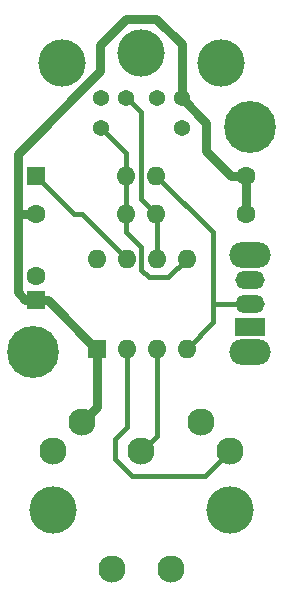
<source format=gbr>
%TF.GenerationSoftware,KiCad,Pcbnew,(6.0.2)*%
%TF.CreationDate,2025-12-01T11:41:35-08:00*%
%TF.ProjectId,ps2-xt,7073322d-7874-42e6-9b69-6361645f7063,rev?*%
%TF.SameCoordinates,Original*%
%TF.FileFunction,Copper,L1,Top*%
%TF.FilePolarity,Positive*%
%FSLAX46Y46*%
G04 Gerber Fmt 4.6, Leading zero omitted, Abs format (unit mm)*
G04 Created by KiCad (PCBNEW (6.0.2)) date 2025-12-01 11:41:35*
%MOMM*%
%LPD*%
G01*
G04 APERTURE LIST*
%TA.AperFunction,ComponentPad*%
%ADD10C,4.000500*%
%TD*%
%TA.AperFunction,ComponentPad*%
%ADD11C,1.371600*%
%TD*%
%TA.AperFunction,ComponentPad*%
%ADD12C,1.600000*%
%TD*%
%TA.AperFunction,ComponentPad*%
%ADD13O,1.600000X1.600000*%
%TD*%
%TA.AperFunction,ComponentPad*%
%ADD14R,1.600000X1.600000*%
%TD*%
%TA.AperFunction,ComponentPad*%
%ADD15C,4.400000*%
%TD*%
%TA.AperFunction,ComponentPad*%
%ADD16O,3.500000X2.200000*%
%TD*%
%TA.AperFunction,ComponentPad*%
%ADD17R,2.500000X1.500000*%
%TD*%
%TA.AperFunction,ComponentPad*%
%ADD18O,2.500000X1.500000*%
%TD*%
%TA.AperFunction,ComponentPad*%
%ADD19C,2.300000*%
%TD*%
%TA.AperFunction,ComponentPad*%
%ADD20C,4.000000*%
%TD*%
%TA.AperFunction,Conductor*%
%ADD21C,0.400000*%
%TD*%
%TA.AperFunction,Conductor*%
%ADD22C,0.800000*%
%TD*%
G04 APERTURE END LIST*
D10*
%TO.P,J2,~*%
%TO.N,GND*%
X138747500Y-81993280D03*
X131997500Y-82793280D03*
X145497500Y-82793280D03*
D11*
%TO.P,J2,6*%
%TO.N,unconnected-(J2-Pad6)*%
X142147500Y-88293280D03*
%TO.P,J2,5*%
%TO.N,/AT_CLK*%
X135347500Y-88293280D03*
%TO.P,J2,4*%
%TO.N,VCC*%
X142147500Y-85793280D03*
%TO.P,J2,3*%
%TO.N,GND*%
X135347500Y-85793280D03*
%TO.P,J2,2*%
%TO.N,unconnected-(J2-Pad2)*%
X140047500Y-85793280D03*
%TO.P,J2,1*%
%TO.N,/AT_DATA*%
X137447500Y-85793280D03*
%TD*%
D12*
%TO.P,R3,1*%
%TO.N,VCC*%
X147637500Y-92392500D03*
D13*
%TO.P,R3,2*%
%TO.N,Net-(R3-Pad2)*%
X140017500Y-92392500D03*
%TD*%
D14*
%TO.P,C1,1*%
%TO.N,VCC*%
X129857500Y-102872612D03*
D12*
%TO.P,C1,2*%
%TO.N,GND*%
X129857500Y-100872612D03*
%TD*%
D14*
%TO.P,U1,1,VDD*%
%TO.N,VCC*%
X134947500Y-106987500D03*
D13*
%TO.P,U1,2,GP5*%
%TO.N,/XT_CLK*%
X137487500Y-106987500D03*
%TO.P,U1,3,GP4*%
%TO.N,/XT_DATA*%
X140027500Y-106987500D03*
%TO.P,U1,4,GP3*%
%TO.N,Net-(R3-Pad2)*%
X142567500Y-106987500D03*
%TO.P,U1,5,GP2*%
%TO.N,/AT_CLK*%
X142567500Y-99367500D03*
%TO.P,U1,6,GP1*%
%TO.N,/AT_DATA*%
X140027500Y-99367500D03*
%TO.P,U1,7,GP0*%
%TO.N,Net-(D1-Pad1)*%
X137487500Y-99367500D03*
%TO.P,U1,8,VSS*%
%TO.N,GND*%
X134947500Y-99367500D03*
%TD*%
D14*
%TO.P,D1,1,K*%
%TO.N,Net-(D1-Pad1)*%
X129857500Y-92392500D03*
D13*
%TO.P,D1,2,A*%
%TO.N,/AT_CLK*%
X137477500Y-92392500D03*
%TD*%
D15*
%TO.P,H1,1,1*%
%TO.N,GND*%
X147955000Y-88265000D03*
%TD*%
%TO.P,H2,1,1*%
%TO.N,GND*%
X129540000Y-107315000D03*
%TD*%
D16*
%TO.P,SW1,*%
%TO.N,*%
X147955000Y-107287500D03*
X147955000Y-99087500D03*
D17*
%TO.P,SW1,1,A*%
%TO.N,unconnected-(SW1-Pad1)*%
X147955000Y-105187500D03*
D18*
%TO.P,SW1,2,B*%
%TO.N,Net-(R3-Pad2)*%
X147955000Y-103187500D03*
%TO.P,SW1,3,C*%
%TO.N,GND*%
X147955000Y-101187500D03*
%TD*%
D12*
%TO.P,R1,1*%
%TO.N,VCC*%
X147637500Y-95567500D03*
D13*
%TO.P,R1,2*%
%TO.N,/AT_DATA*%
X140017500Y-95567500D03*
%TD*%
D19*
%TO.P,J1,0*%
%TO.N,GND*%
X136247500Y-125667500D03*
X141247500Y-125667500D03*
%TO.P,J1,1*%
%TO.N,/XT_CLK*%
X146247500Y-115667500D03*
%TO.P,J1,2*%
%TO.N,/XT_DATA*%
X138747500Y-115667500D03*
%TO.P,J1,3*%
%TO.N,unconnected-(J1-Pad3)*%
X131247500Y-115667500D03*
%TO.P,J1,4*%
%TO.N,GND*%
X143747500Y-113167500D03*
%TO.P,J1,5*%
%TO.N,VCC*%
X133747500Y-113167500D03*
D20*
%TO.P,J1,~*%
%TO.N,GND*%
X146247500Y-120667500D03*
X131247500Y-120667500D03*
%TD*%
D12*
%TO.P,R2,1*%
%TO.N,VCC*%
X129857500Y-95567500D03*
D13*
%TO.P,R2,2*%
%TO.N,/AT_CLK*%
X137477500Y-95567500D03*
%TD*%
D21*
%TO.N,/AT_DATA*%
X137545780Y-85793280D02*
X137447500Y-85793280D01*
X138747500Y-86995000D02*
X137545780Y-85793280D01*
X138747500Y-94297500D02*
X138747500Y-86995000D01*
X140017500Y-95567500D02*
X138747500Y-94297500D01*
D22*
%TO.N,VCC*%
X134927500Y-106987500D02*
X130812612Y-102872612D01*
X134947500Y-106987500D02*
X134927500Y-106987500D01*
X130812612Y-102872612D02*
X129857500Y-102872612D01*
D21*
%TO.N,/XT_CLK*%
X144122500Y-117792500D02*
X146247500Y-115667500D01*
X137953750Y-117792500D02*
X144122500Y-117792500D01*
X136525000Y-116363750D02*
X137953750Y-117792500D01*
X137487500Y-113655000D02*
X136525000Y-114617500D01*
X136525000Y-114617500D02*
X136525000Y-116363750D01*
X137487500Y-106987500D02*
X137487500Y-113655000D01*
D22*
%TO.N,VCC*%
X128270000Y-95567500D02*
X128270000Y-90487500D01*
X134947500Y-106987500D02*
X134947500Y-111967500D01*
X146367500Y-92392500D02*
X144223360Y-90248360D01*
X147637500Y-95567500D02*
X147637500Y-92392500D01*
X134947500Y-111967500D02*
X133747500Y-113167500D01*
X128270000Y-90487500D02*
X135255000Y-83502500D01*
X128270000Y-102235000D02*
X128907612Y-102872612D01*
X135255000Y-81280000D02*
X137477500Y-79057500D01*
X135255000Y-83502500D02*
X135255000Y-81280000D01*
X140017500Y-79057500D02*
X142147500Y-81187500D01*
X144223360Y-90248360D02*
X144223360Y-87869140D01*
X128907612Y-102872612D02*
X129857500Y-102872612D01*
X142147500Y-81187500D02*
X142147500Y-85793280D01*
X137477500Y-79057500D02*
X140017500Y-79057500D01*
X128270000Y-95567500D02*
X129857500Y-95567500D01*
X147637500Y-92392500D02*
X146367500Y-92392500D01*
X128270000Y-95567500D02*
X128270000Y-102235000D01*
X144223360Y-87869140D02*
X142147500Y-85793280D01*
D21*
%TO.N,Net-(D1-Pad1)*%
X133687500Y-95567500D02*
X133032500Y-95567500D01*
X133032500Y-95567500D02*
X129857500Y-92392500D01*
X137487500Y-99367500D02*
X133687500Y-95567500D01*
%TO.N,/AT_CLK*%
X138747500Y-100330000D02*
X138747500Y-98425000D01*
X138747500Y-98425000D02*
X137477500Y-97155000D01*
X142567500Y-99367500D02*
X140970000Y-100965000D01*
X137477500Y-92392500D02*
X137477500Y-90423280D01*
X137477500Y-90423280D02*
X135347500Y-88293280D01*
X140970000Y-100965000D02*
X139382500Y-100965000D01*
X137477500Y-95567500D02*
X137477500Y-92392500D01*
X137477500Y-97155000D02*
X137477500Y-95567500D01*
X139382500Y-100965000D02*
X138747500Y-100330000D01*
%TO.N,/XT_DATA*%
X138747500Y-115667500D02*
X140027500Y-114387500D01*
X140027500Y-114387500D02*
X140027500Y-106987500D01*
%TO.N,/AT_DATA*%
X140027500Y-95577500D02*
X140017500Y-95567500D01*
X140027500Y-99367500D02*
X140027500Y-95577500D01*
%TO.N,Net-(R3-Pad2)*%
X144780000Y-97155000D02*
X140017500Y-92392500D01*
X144780000Y-103187500D02*
X144780000Y-97155000D01*
X147955000Y-103187500D02*
X144780000Y-103187500D01*
X142567500Y-106987500D02*
X144780000Y-104775000D01*
X144780000Y-103187500D02*
X144780000Y-104775000D01*
%TD*%
M02*

</source>
